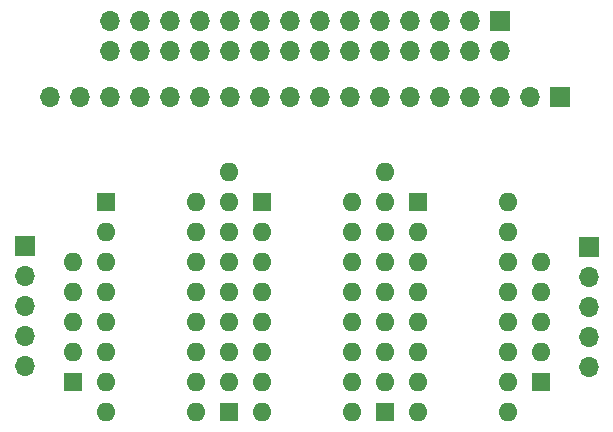
<source format=gbr>
%TF.GenerationSoftware,KiCad,Pcbnew,(6.0.2)*%
%TF.CreationDate,2022-04-09T17:26:58+09:00*%
%TF.ProjectId,joystick-input,6a6f7973-7469-4636-9b2d-696e7075742e,rev?*%
%TF.SameCoordinates,Original*%
%TF.FileFunction,Soldermask,Bot*%
%TF.FilePolarity,Negative*%
%FSLAX46Y46*%
G04 Gerber Fmt 4.6, Leading zero omitted, Abs format (unit mm)*
G04 Created by KiCad (PCBNEW (6.0.2)) date 2022-04-09 17:26:58*
%MOMM*%
%LPD*%
G01*
G04 APERTURE LIST*
%ADD10R,1.700000X1.700000*%
%ADD11O,1.700000X1.700000*%
%ADD12R,1.600000X1.600000*%
%ADD13O,1.600000X1.600000*%
G04 APERTURE END LIST*
D10*
%TO.C,J2*%
X154813000Y-71501000D03*
D11*
X154813000Y-74041000D03*
X152273000Y-71501000D03*
X152273000Y-74041000D03*
X149733000Y-71501000D03*
X149733000Y-74041000D03*
X147193000Y-71501000D03*
X147193000Y-74041000D03*
X144653000Y-71501000D03*
X144653000Y-74041000D03*
X142113000Y-71501000D03*
X142113000Y-74041000D03*
X139573000Y-71501000D03*
X139573000Y-74041000D03*
X137033000Y-71501000D03*
X137033000Y-74041000D03*
X134493000Y-71501000D03*
X134493000Y-74041000D03*
X131953000Y-71501000D03*
X131953000Y-74041000D03*
X129413000Y-71501000D03*
X129413000Y-74041000D03*
X126873000Y-71501000D03*
X126873000Y-74041000D03*
X124333000Y-71501000D03*
X124333000Y-74041000D03*
X121793000Y-71501000D03*
X121793000Y-74041000D03*
%TD*%
D10*
%TO.C,IN1*%
X114554000Y-90551000D03*
D11*
X114554000Y-93091000D03*
X114554000Y-95631000D03*
X114554000Y-98171000D03*
X114554000Y-100711000D03*
%TD*%
D10*
%TO.C,J1*%
X159893000Y-77978000D03*
D11*
X157353000Y-77978000D03*
X154813000Y-77978000D03*
X152273000Y-77978000D03*
X149733000Y-77978000D03*
X147193000Y-77978000D03*
X144653000Y-77978000D03*
X142113000Y-77978000D03*
X139573000Y-77978000D03*
X137033000Y-77978000D03*
X134493000Y-77978000D03*
X131953000Y-77978000D03*
X129413000Y-77978000D03*
X126873000Y-77978000D03*
X124333000Y-77978000D03*
X121793000Y-77978000D03*
X119253000Y-77978000D03*
X116713000Y-77978000D03*
%TD*%
D12*
%TO.C,74HC165_1*%
X147828000Y-86868000D03*
D13*
X147828000Y-89408000D03*
X147828000Y-91948000D03*
X147828000Y-94488000D03*
X147828000Y-97028000D03*
X147828000Y-99568000D03*
X147828000Y-102108000D03*
X147828000Y-104648000D03*
X155448000Y-104648000D03*
X155448000Y-102108000D03*
X155448000Y-99568000D03*
X155448000Y-97028000D03*
X155448000Y-94488000D03*
X155448000Y-91948000D03*
X155448000Y-89408000D03*
X155448000Y-86868000D03*
%TD*%
D12*
%TO.C,74HC165_2*%
X134620000Y-86868000D03*
D13*
X134620000Y-89408000D03*
X134620000Y-91948000D03*
X134620000Y-94488000D03*
X134620000Y-97028000D03*
X134620000Y-99568000D03*
X134620000Y-102108000D03*
X134620000Y-104648000D03*
X142240000Y-104648000D03*
X142240000Y-102108000D03*
X142240000Y-99568000D03*
X142240000Y-97028000D03*
X142240000Y-94488000D03*
X142240000Y-91948000D03*
X142240000Y-89408000D03*
X142240000Y-86868000D03*
%TD*%
D12*
%TO.C,RN1*%
X158242000Y-102108000D03*
D13*
X158242000Y-99568000D03*
X158242000Y-97028000D03*
X158242000Y-94488000D03*
X158242000Y-91948000D03*
%TD*%
D12*
%TO.C,RN4*%
X118618000Y-102108000D03*
D13*
X118618000Y-99568000D03*
X118618000Y-97028000D03*
X118618000Y-94488000D03*
X118618000Y-91948000D03*
%TD*%
D12*
%TO.C,RN2*%
X145034000Y-104663000D03*
D13*
X145034000Y-102123000D03*
X145034000Y-99583000D03*
X145034000Y-97043000D03*
X145034000Y-94503000D03*
X145034000Y-91963000D03*
X145034000Y-89423000D03*
X145034000Y-86883000D03*
X145034000Y-84343000D03*
%TD*%
D12*
%TO.C,74HC165_3*%
X121412000Y-86868000D03*
D13*
X121412000Y-89408000D03*
X121412000Y-91948000D03*
X121412000Y-94488000D03*
X121412000Y-97028000D03*
X121412000Y-99568000D03*
X121412000Y-102108000D03*
X121412000Y-104648000D03*
X129032000Y-104648000D03*
X129032000Y-102108000D03*
X129032000Y-99568000D03*
X129032000Y-97028000D03*
X129032000Y-94488000D03*
X129032000Y-91948000D03*
X129032000Y-89408000D03*
X129032000Y-86868000D03*
%TD*%
D12*
%TO.C,RN3*%
X131826000Y-104648000D03*
D13*
X131826000Y-102108000D03*
X131826000Y-99568000D03*
X131826000Y-97028000D03*
X131826000Y-94488000D03*
X131826000Y-91948000D03*
X131826000Y-89408000D03*
X131826000Y-86868000D03*
X131826000Y-84328000D03*
%TD*%
D10*
%TO.C,OUT1*%
X162306000Y-90678000D03*
D11*
X162306000Y-93218000D03*
X162306000Y-95758000D03*
X162306000Y-98298000D03*
X162306000Y-100838000D03*
%TD*%
M02*

</source>
